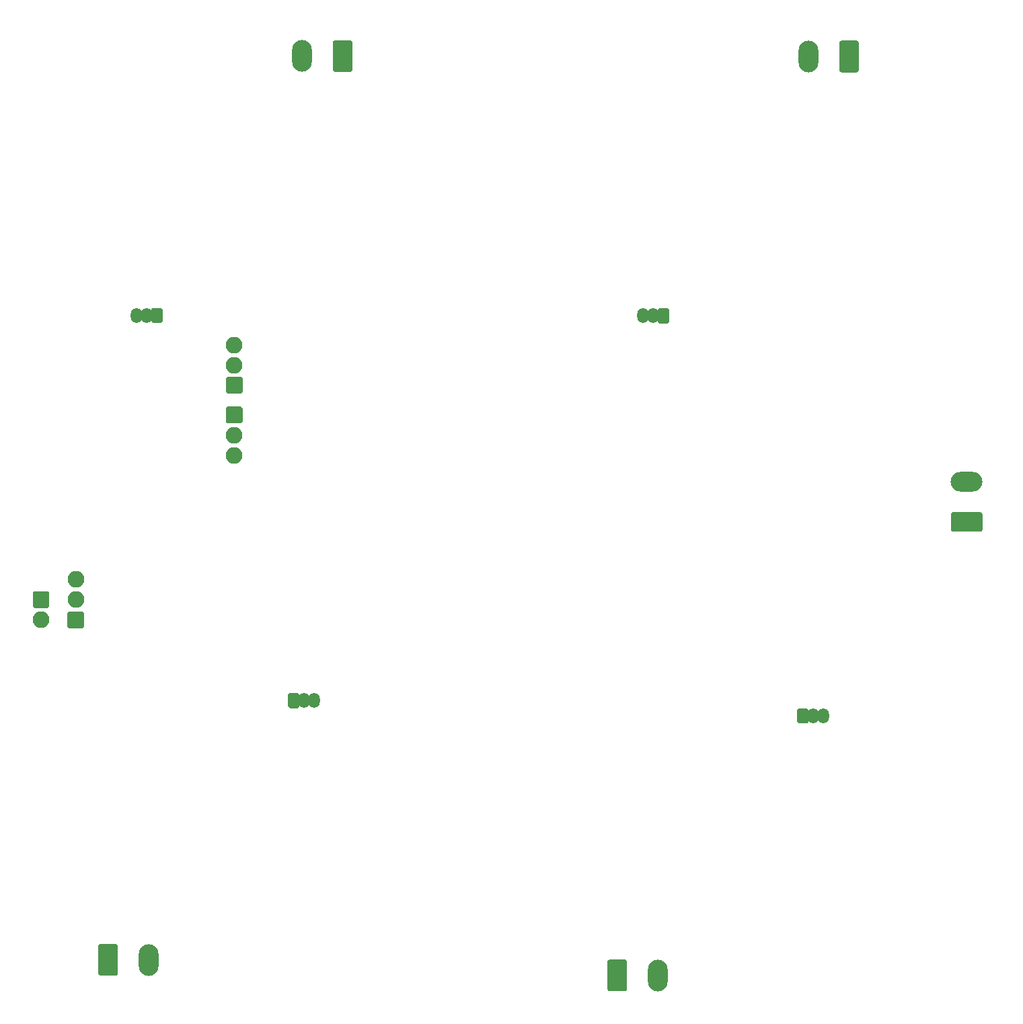
<source format=gbr>
G04 #@! TF.GenerationSoftware,KiCad,Pcbnew,(5.1.10)-1*
G04 #@! TF.CreationDate,2021-05-13T19:21:14+02:00*
G04 #@! TF.ProjectId,PEE50_MPPT,50454535-305f-44d5-9050-542e6b696361,rev?*
G04 #@! TF.SameCoordinates,Original*
G04 #@! TF.FileFunction,Soldermask,Bot*
G04 #@! TF.FilePolarity,Negative*
%FSLAX46Y46*%
G04 Gerber Fmt 4.6, Leading zero omitted, Abs format (unit mm)*
G04 Created by KiCad (PCBNEW (5.1.10)-1) date 2021-05-13 19:21:14*
%MOMM*%
%LPD*%
G01*
G04 APERTURE LIST*
%ADD10O,2.100000X2.100000*%
%ADD11O,2.480000X4.000000*%
%ADD12O,1.450000X1.900000*%
%ADD13O,4.000000X2.480000*%
G04 APERTURE END LIST*
D10*
X53340000Y-96456500D03*
X53340000Y-98996500D03*
G36*
G01*
X54390000Y-100686500D02*
X54390000Y-102386500D01*
G75*
G02*
X54190000Y-102586500I-200000J0D01*
G01*
X52490000Y-102586500D01*
G75*
G02*
X52290000Y-102386500I0J200000D01*
G01*
X52290000Y-100686500D01*
G75*
G02*
X52490000Y-100486500I200000J0D01*
G01*
X54190000Y-100486500D01*
G75*
G02*
X54390000Y-100686500I0J-200000D01*
G01*
G37*
D11*
X42545000Y-173863000D03*
G36*
G01*
X36225000Y-175663000D02*
X36225000Y-172063000D01*
G75*
G02*
X36425000Y-171863000I200000J0D01*
G01*
X38505000Y-171863000D01*
G75*
G02*
X38705000Y-172063000I0J-200000D01*
G01*
X38705000Y-175663000D01*
G75*
G02*
X38505000Y-175863000I-200000J0D01*
G01*
X36425000Y-175863000D01*
G75*
G02*
X36225000Y-175663000I0J200000D01*
G01*
G37*
G36*
G01*
X60108000Y-141974000D02*
X60108000Y-140474000D01*
G75*
G02*
X60308000Y-140274000I200000J0D01*
G01*
X61358000Y-140274000D01*
G75*
G02*
X61558000Y-140474000I0J-200000D01*
G01*
X61558000Y-141974000D01*
G75*
G02*
X61358000Y-142174000I-200000J0D01*
G01*
X60308000Y-142174000D01*
G75*
G02*
X60108000Y-141974000I0J200000D01*
G01*
G37*
D12*
X63373000Y-141224000D03*
X62103000Y-141224000D03*
D13*
X145542000Y-113665000D03*
G36*
G01*
X147243925Y-119985000D02*
X143840075Y-119985000D01*
G75*
G02*
X143542000Y-119686925I0J298075D01*
G01*
X143542000Y-117803075D01*
G75*
G02*
X143840075Y-117505000I298075J0D01*
G01*
X147243925Y-117505000D01*
G75*
G02*
X147542000Y-117803075I0J-298075D01*
G01*
X147542000Y-119686925D01*
G75*
G02*
X147243925Y-119985000I-298075J0D01*
G01*
G37*
D10*
X29019500Y-131064000D03*
G36*
G01*
X27969500Y-129374000D02*
X27969500Y-127674000D01*
G75*
G02*
X28169500Y-127474000I200000J0D01*
G01*
X29869500Y-127474000D01*
G75*
G02*
X30069500Y-127674000I0J-200000D01*
G01*
X30069500Y-129374000D01*
G75*
G02*
X29869500Y-129574000I-200000J0D01*
G01*
X28169500Y-129574000D01*
G75*
G02*
X27969500Y-129374000I0J200000D01*
G01*
G37*
G36*
G01*
X52290000Y-106133000D02*
X52290000Y-104433000D01*
G75*
G02*
X52490000Y-104233000I200000J0D01*
G01*
X54190000Y-104233000D01*
G75*
G02*
X54390000Y-104433000I0J-200000D01*
G01*
X54390000Y-106133000D01*
G75*
G02*
X54190000Y-106333000I-200000J0D01*
G01*
X52490000Y-106333000D01*
G75*
G02*
X52290000Y-106133000I0J200000D01*
G01*
G37*
X53340000Y-107823000D03*
X53340000Y-110363000D03*
G36*
G01*
X100309201Y-177504124D02*
X100309201Y-174100274D01*
G75*
G02*
X100607276Y-173802199I298075J0D01*
G01*
X102491126Y-173802199D01*
G75*
G02*
X102789201Y-174100274I0J-298075D01*
G01*
X102789201Y-177504124D01*
G75*
G02*
X102491126Y-177802199I-298075J0D01*
G01*
X100607276Y-177802199D01*
G75*
G02*
X100309201Y-177504124I0J298075D01*
G01*
G37*
D11*
X106629201Y-175802199D03*
G36*
G01*
X34451000Y-130214000D02*
X34451000Y-131914000D01*
G75*
G02*
X34251000Y-132114000I-200000J0D01*
G01*
X32551000Y-132114000D01*
G75*
G02*
X32351000Y-131914000I0J200000D01*
G01*
X32351000Y-130214000D01*
G75*
G02*
X32551000Y-130014000I200000J0D01*
G01*
X34251000Y-130014000D01*
G75*
G02*
X34451000Y-130214000I0J-200000D01*
G01*
G37*
D10*
X33401000Y-128524000D03*
X33401000Y-125984000D03*
D12*
X126187201Y-143163199D03*
X127457201Y-143163199D03*
G36*
G01*
X124192201Y-143913199D02*
X124192201Y-142413199D01*
G75*
G02*
X124392201Y-142213199I200000J0D01*
G01*
X125442201Y-142213199D01*
G75*
G02*
X125642201Y-142413199I0J-200000D01*
G01*
X125642201Y-143913199D01*
G75*
G02*
X125442201Y-144113199I-200000J0D01*
G01*
X124392201Y-144113199D01*
G75*
G02*
X124192201Y-143913199I0J200000D01*
G01*
G37*
D11*
X61899799Y-60121801D03*
G36*
G01*
X68219799Y-58419876D02*
X68219799Y-61823726D01*
G75*
G02*
X67921724Y-62121801I-298075J0D01*
G01*
X66037874Y-62121801D01*
G75*
G02*
X65739799Y-61823726I0J298075D01*
G01*
X65739799Y-58419876D01*
G75*
G02*
X66037874Y-58121801I298075J0D01*
G01*
X67921724Y-58121801D01*
G75*
G02*
X68219799Y-58419876I0J-298075D01*
G01*
G37*
G36*
G01*
X131973799Y-58461876D02*
X131973799Y-61865726D01*
G75*
G02*
X131675724Y-62163801I-298075J0D01*
G01*
X129791874Y-62163801D01*
G75*
G02*
X129493799Y-61865726I0J298075D01*
G01*
X129493799Y-58461876D01*
G75*
G02*
X129791874Y-58163801I298075J0D01*
G01*
X131675724Y-58163801D01*
G75*
G02*
X131973799Y-58461876I0J-298075D01*
G01*
G37*
X125653799Y-60163801D03*
G36*
G01*
X44336799Y-92010801D02*
X44336799Y-93510801D01*
G75*
G02*
X44136799Y-93710801I-200000J0D01*
G01*
X43086799Y-93710801D01*
G75*
G02*
X42886799Y-93510801I0J200000D01*
G01*
X42886799Y-92010801D01*
G75*
G02*
X43086799Y-91810801I200000J0D01*
G01*
X44136799Y-91810801D01*
G75*
G02*
X44336799Y-92010801I0J-200000D01*
G01*
G37*
D12*
X41071799Y-92760801D03*
X42341799Y-92760801D03*
X106095799Y-92802801D03*
X104825799Y-92802801D03*
G36*
G01*
X108090799Y-92052801D02*
X108090799Y-93552801D01*
G75*
G02*
X107890799Y-93752801I-200000J0D01*
G01*
X106840799Y-93752801D01*
G75*
G02*
X106640799Y-93552801I0J200000D01*
G01*
X106640799Y-92052801D01*
G75*
G02*
X106840799Y-91852801I200000J0D01*
G01*
X107890799Y-91852801D01*
G75*
G02*
X108090799Y-92052801I0J-200000D01*
G01*
G37*
M02*

</source>
